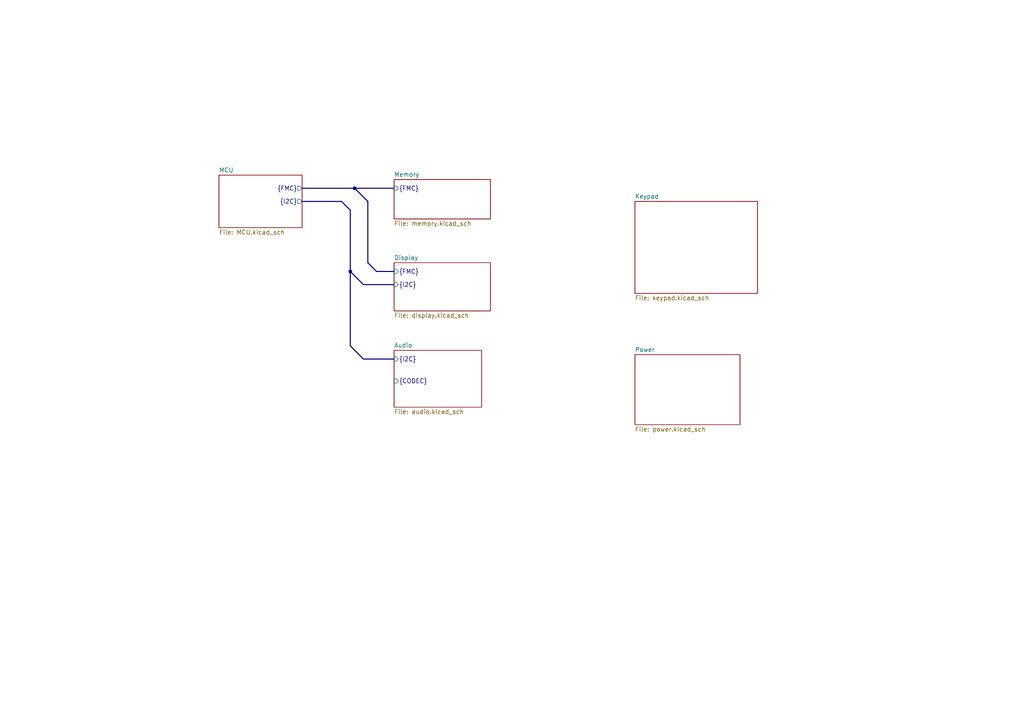
<source format=kicad_sch>
(kicad_sch
	(version 20250114)
	(generator "eeschema")
	(generator_version "9.0")
	(uuid "485383b8-00f4-4405-b270-de249939cff4")
	(paper "A4")
	(lib_symbols)
	(bus_alias "FMC"
		(members "FMC.DQML" "FMC.DQMH" "FMC.CLK" "FMC.CAS" "FMC.RAS" "FMC.D[0..15]"
			"FMC.A[0..12]" "FMC.NOE" "FMC.NWE" "FMC.BA0" "FMC.BA1" "FMC.CLK" "FMC.CAS"
			"FMC.WE" "FMC.NE0" "FMC.CKE" "FMC.NE1"
		)
	)
	(junction
		(at 101.6 78.74)
		(diameter 0)
		(color 0 0 0 0)
		(uuid "a5f76768-2230-4729-aec6-ef6360ce72b9")
	)
	(junction
		(at 102.87 54.61)
		(diameter 0)
		(color 0 0 0 0)
		(uuid "e161c883-73e7-4745-ab2c-db9b6db0eff4")
	)
	(bus
		(pts
			(xy 106.68 58.42) (xy 106.68 76.2)
		)
		(stroke
			(width 0)
			(type default)
		)
		(uuid "01643eb8-2cbc-46f1-a8ca-f4a97262c458")
	)
	(bus
		(pts
			(xy 105.41 104.14) (xy 114.3 104.14)
		)
		(stroke
			(width 0)
			(type default)
		)
		(uuid "0bc90812-df7a-473b-bfca-0bea57313d83")
	)
	(bus
		(pts
			(xy 101.6 78.74) (xy 101.6 100.33)
		)
		(stroke
			(width 0)
			(type default)
		)
		(uuid "124dcb43-e502-477a-9ffe-f5a83ac884e2")
	)
	(bus
		(pts
			(xy 109.22 78.74) (xy 114.3 78.74)
		)
		(stroke
			(width 0)
			(type default)
		)
		(uuid "1fc5aa27-1ca5-44e6-a85c-270ab6974dcf")
	)
	(bus
		(pts
			(xy 101.6 100.33) (xy 105.41 104.14)
		)
		(stroke
			(width 0)
			(type default)
		)
		(uuid "7f740584-5be8-414e-90d3-3b6d5b61d7bc")
	)
	(bus
		(pts
			(xy 105.41 82.55) (xy 114.3 82.55)
		)
		(stroke
			(width 0)
			(type default)
		)
		(uuid "8610f963-1fb3-4d04-a11d-8acee7254f4b")
	)
	(bus
		(pts
			(xy 99.06 58.42) (xy 101.6 60.96)
		)
		(stroke
			(width 0)
			(type default)
		)
		(uuid "99bfbc61-534f-44be-8adc-dc66c17631bc")
	)
	(bus
		(pts
			(xy 87.63 58.42) (xy 99.06 58.42)
		)
		(stroke
			(width 0)
			(type default)
		)
		(uuid "aa93b5d6-f242-4711-bf1f-6827f5c96c63")
	)
	(bus
		(pts
			(xy 106.68 76.2) (xy 109.22 78.74)
		)
		(stroke
			(width 0)
			(type default)
		)
		(uuid "b6151e2e-4549-4b28-987e-ffdf1edd8350")
	)
	(bus
		(pts
			(xy 102.87 54.61) (xy 106.68 58.42)
		)
		(stroke
			(width 0)
			(type default)
		)
		(uuid "ca498e55-744f-4ce5-beb5-ce993b056991")
	)
	(bus
		(pts
			(xy 102.87 54.61) (xy 114.3 54.61)
		)
		(stroke
			(width 0)
			(type default)
		)
		(uuid "ca5c6267-0745-4ecc-82a5-5dd7c933fd5d")
	)
	(bus
		(pts
			(xy 101.6 78.74) (xy 105.41 82.55)
		)
		(stroke
			(width 0)
			(type default)
		)
		(uuid "e2fe89d4-6d13-4990-b70f-cb1fe30f2f7d")
	)
	(bus
		(pts
			(xy 87.63 54.61) (xy 102.87 54.61)
		)
		(stroke
			(width 0)
			(type default)
		)
		(uuid "f1aa91a6-c47b-4287-ae87-70bd163cd2df")
	)
	(bus
		(pts
			(xy 101.6 60.96) (xy 101.6 78.74)
		)
		(stroke
			(width 0)
			(type default)
		)
		(uuid "fa01a042-70ff-456a-be8f-f1d7233855a9")
	)
	(sheet
		(at 63.5 50.8)
		(size 24.13 15.24)
		(exclude_from_sim no)
		(in_bom yes)
		(on_board yes)
		(dnp no)
		(fields_autoplaced yes)
		(stroke
			(width 0.1524)
			(type solid)
		)
		(fill
			(color 0 0 0 0.0000)
		)
		(uuid "0f59ca20-5500-4399-8ffa-55aebf6eb4ee")
		(property "Sheetname" "MCU"
			(at 63.5 50.0884 0)
			(effects
				(font
					(size 1.27 1.27)
				)
				(justify left bottom)
			)
		)
		(property "Sheetfile" "MCU.kicad_sch"
			(at 63.5 66.6246 0)
			(effects
				(font
					(size 1.27 1.27)
				)
				(justify left top)
			)
		)
		(pin "{FMC}" output
			(at 87.63 54.61 0)
			(uuid "09581bdc-7ee2-4de3-a790-fa3e7c4b8b77")
			(effects
				(font
					(size 1.27 1.27)
				)
				(justify right)
			)
		)
		(pin "{I2C}" output
			(at 87.63 58.42 0)
			(uuid "fa339601-5e38-4ae9-befd-3567d6562f32")
			(effects
				(font
					(size 1.27 1.27)
				)
				(justify right)
			)
		)
		(instances
			(project "pocket_synth"
				(path "/485383b8-00f4-4405-b270-de249939cff4"
					(page "6")
				)
			)
		)
	)
	(sheet
		(at 184.15 102.87)
		(size 30.48 20.32)
		(exclude_from_sim no)
		(in_bom yes)
		(on_board yes)
		(dnp no)
		(fields_autoplaced yes)
		(stroke
			(width 0.1524)
			(type solid)
		)
		(fill
			(color 0 0 0 0.0000)
		)
		(uuid "4ddef61a-efa7-4012-86d6-37c4f1088d14")
		(property "Sheetname" "Power"
			(at 184.15 102.1584 0)
			(effects
				(font
					(size 1.27 1.27)
				)
				(justify left bottom)
			)
		)
		(property "Sheetfile" "power.kicad_sch"
			(at 184.15 123.7746 0)
			(effects
				(font
					(size 1.27 1.27)
				)
				(justify left top)
			)
		)
		(instances
			(project "pocket_synth"
				(path "/485383b8-00f4-4405-b270-de249939cff4"
					(page "5")
				)
			)
		)
	)
	(sheet
		(at 184.15 58.42)
		(size 35.56 26.67)
		(exclude_from_sim no)
		(in_bom yes)
		(on_board yes)
		(dnp no)
		(fields_autoplaced yes)
		(stroke
			(width 0.1524)
			(type solid)
		)
		(fill
			(color 0 0 0 0.0000)
		)
		(uuid "7f1ac839-494f-4521-b63e-5606a3cb7bc9")
		(property "Sheetname" "Keypad"
			(at 184.15 57.7084 0)
			(effects
				(font
					(size 1.27 1.27)
				)
				(justify left bottom)
			)
		)
		(property "Sheetfile" "keypad.kicad_sch"
			(at 184.15 85.6746 0)
			(effects
				(font
					(size 1.27 1.27)
				)
				(justify left top)
			)
		)
		(instances
			(project "pocket_synth"
				(path "/485383b8-00f4-4405-b270-de249939cff4"
					(page "2")
				)
			)
		)
	)
	(sheet
		(at 114.3 101.6)
		(size 25.4 16.51)
		(exclude_from_sim no)
		(in_bom yes)
		(on_board yes)
		(dnp no)
		(fields_autoplaced yes)
		(stroke
			(width 0.1524)
			(type solid)
		)
		(fill
			(color 0 0 0 0.0000)
		)
		(uuid "ac7a2cd5-8a17-4132-a50f-a1edfbc58e6d")
		(property "Sheetname" "Audio"
			(at 114.3 100.8884 0)
			(effects
				(font
					(size 1.27 1.27)
				)
				(justify left bottom)
			)
		)
		(property "Sheetfile" "audio.kicad_sch"
			(at 114.3 118.6946 0)
			(effects
				(font
					(size 1.27 1.27)
				)
				(justify left top)
			)
		)
		(pin "{CODEC}" input
			(at 114.3 110.49 180)
			(uuid "eb256cc4-2a3a-482e-8b86-c0828049fa0a")
			(effects
				(font
					(size 1.27 1.27)
				)
				(justify left)
			)
		)
		(pin "{I2C}" input
			(at 114.3 104.14 180)
			(uuid "bdb9ec9d-cb3c-4566-a3ad-c07bc8f93f7c")
			(effects
				(font
					(size 1.27 1.27)
				)
				(justify left)
			)
		)
		(instances
			(project "pocket_synth"
				(path "/485383b8-00f4-4405-b270-de249939cff4"
					(page "3")
				)
			)
		)
	)
	(sheet
		(at 114.3 52.07)
		(size 27.94 11.43)
		(exclude_from_sim no)
		(in_bom yes)
		(on_board yes)
		(dnp no)
		(fields_autoplaced yes)
		(stroke
			(width 0.1524)
			(type solid)
		)
		(fill
			(color 0 0 0 0.0000)
		)
		(uuid "d641c287-d179-45c1-92b5-f0a3902e6ffa")
		(property "Sheetname" "Memory"
			(at 114.3 51.3584 0)
			(effects
				(font
					(size 1.27 1.27)
				)
				(justify left bottom)
			)
		)
		(property "Sheetfile" "memory.kicad_sch"
			(at 114.3 64.0846 0)
			(effects
				(font
					(size 1.27 1.27)
				)
				(justify left top)
			)
		)
		(pin "{FMC}" input
			(at 114.3 54.61 180)
			(uuid "f24f1452-5bf4-436f-8fcd-35a6e498bb9a")
			(effects
				(font
					(size 1.27 1.27)
				)
				(justify left)
			)
		)
		(instances
			(project "pocket_synth"
				(path "/485383b8-00f4-4405-b270-de249939cff4"
					(page "4")
				)
			)
		)
	)
	(sheet
		(at 114.3 76.2)
		(size 27.94 13.97)
		(exclude_from_sim no)
		(in_bom yes)
		(on_board yes)
		(dnp no)
		(fields_autoplaced yes)
		(stroke
			(width 0.1524)
			(type solid)
		)
		(fill
			(color 0 0 0 0.0000)
		)
		(uuid "f0d5f3c5-7c53-4584-b479-82b3ef9bea09")
		(property "Sheetname" "Display"
			(at 114.3 75.4884 0)
			(effects
				(font
					(size 1.27 1.27)
				)
				(justify left bottom)
			)
		)
		(property "Sheetfile" "display.kicad_sch"
			(at 114.3 90.7546 0)
			(effects
				(font
					(size 1.27 1.27)
				)
				(justify left top)
			)
		)
		(pin "{FMC}" input
			(at 114.3 78.74 180)
			(uuid "192c0d99-a22d-4fcd-bd53-0fdeb9f70a4b")
			(effects
				(font
					(size 1.27 1.27)
				)
				(justify left)
			)
		)
		(pin "{I2C}" input
			(at 114.3 82.55 180)
			(uuid "676b797b-d3ff-4b2f-8075-4c66b2990802")
			(effects
				(font
					(size 1.27 1.27)
				)
				(justify left)
			)
		)
		(instances
			(project "pocket_synth"
				(path "/485383b8-00f4-4405-b270-de249939cff4"
					(page "7")
				)
			)
		)
	)
	(sheet_instances
		(path "/"
			(page "1")
		)
	)
	(embedded_fonts no)
)

</source>
